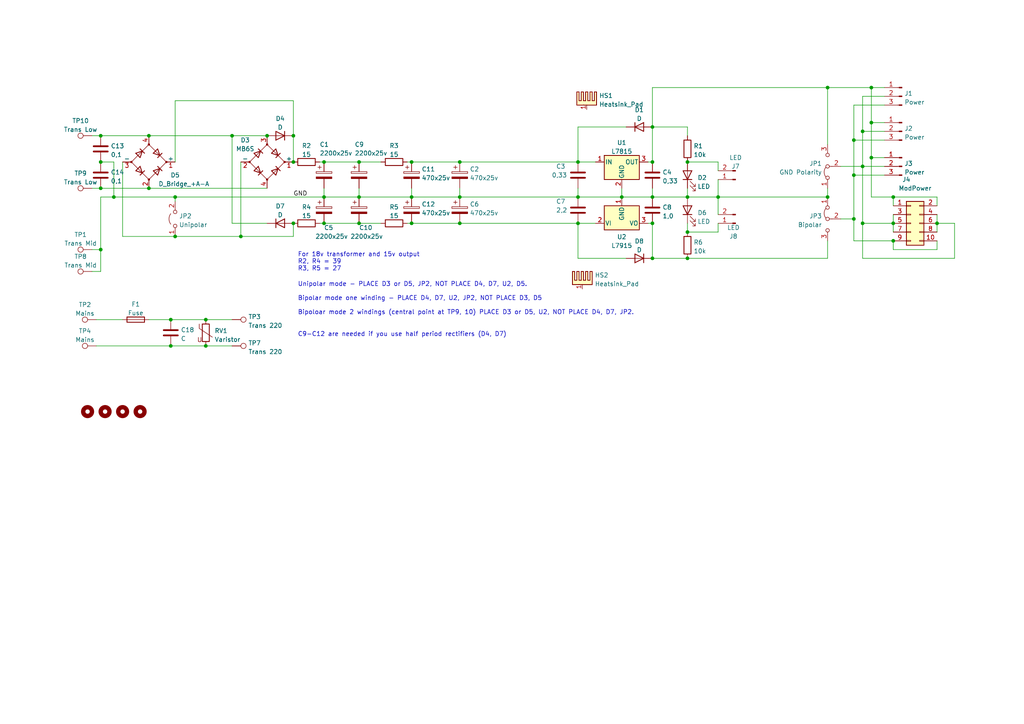
<source format=kicad_sch>
(kicad_sch (version 20211123) (generator eeschema)
  (paper "A4")
  (lib_symbols
    (symbol "Connector:Conn_01x02_Male" (pin_names (offset 1.016) hide)
      (property "Reference" "J" (at 0 2.54 0))
      (property "Value" "Conn_01x02_Male" (at 0 -5.08 0))
      (symbol "Conn_01x02_Male_1_1"
        (polyline (pts (xy 1.27 -2.54) (xy 0.8636 -2.54)) (stroke (width 0.1524)))
        (polyline (pts (xy 1.27 0) (xy 0.8636 0)) (stroke (width 0.1524)))
        (rectangle (start 0.8636 -2.413) (end 0 -2.667) (stroke (width 0.1524)) (fill (type outline)))
        (rectangle (start 0.8636 0.127) (end 0 -0.127) (stroke (width 0.1524)) (fill (type outline)))
        (pin passive line (at 5.08 0 180) (length 3.81) (name "Pin_1") (number "1"))
        (pin passive line (at 5.08 -2.54 180) (length 3.81) (name "Pin_2") (number "2"))
      )
    )
    (symbol "Connector:Conn_01x03_Male" (pin_names (offset 1.016) hide)
      (property "Reference" "J" (at 0 5.08 0))
      (property "Value" "Conn_01x03_Male" (at 0 -5.08 0))
      (symbol "Conn_01x03_Male_1_1"
        (polyline (pts (xy 1.27 -2.54) (xy 0.8636 -2.54)) (stroke (width 0.1524)))
        (polyline (pts (xy 1.27 0) (xy 0.8636 0)) (stroke (width 0.1524)))
        (polyline (pts (xy 1.27 2.54) (xy 0.8636 2.54)) (stroke (width 0.1524)))
        (rectangle (start 0.8636 -2.413) (end 0 -2.667) (stroke (width 0.1524)) (fill (type outline)))
        (rectangle (start 0.8636 0.127) (end 0 -0.127) (stroke (width 0.1524)) (fill (type outline)))
        (rectangle (start 0.8636 2.667) (end 0 2.413) (stroke (width 0.1524)) (fill (type outline)))
        (pin passive line (at 5.08 2.54 180) (length 3.81) (name "Pin_1") (number "1"))
        (pin passive line (at 5.08 0 180) (length 3.81) (name "Pin_2") (number "2"))
        (pin passive line (at 5.08 -2.54 180) (length 3.81) (name "Pin_3") (number "3"))
      )
    )
    (symbol "Connector:TestPoint" (pin_numbers hide) (pin_names (offset 0.762) hide)
      (property "Reference" "TP" (at 0 6.858 0))
      (property "Value" "TestPoint" (at 0 5.08 0))
      (symbol "TestPoint_0_1"
        (circle (center 0 3.302) (radius 0.762))
      )
      (symbol "TestPoint_1_1"
        (pin passive line (at 0 0 90) (length 2.54) (name "1") (number "1"))
      )
    )
    (symbol "Connector_Generic:Conn_02x05_Odd_Even" (pin_names (offset 1.016) hide)
      (property "Reference" "J" (at 1.27 7.62 0))
      (property "Value" "Conn_02x05_Odd_Even" (at 1.27 -7.62 0))
      (symbol "Conn_02x05_Odd_Even_1_1"
        (rectangle (start -1.27 -4.953) (end 0 -5.207) (stroke (width 0.1524)))
        (rectangle (start -1.27 -2.413) (end 0 -2.667) (stroke (width 0.1524)))
        (rectangle (start -1.27 0.127) (end 0 -0.127) (stroke (width 0.1524)))
        (rectangle (start -1.27 2.667) (end 0 2.413) (stroke (width 0.1524)))
        (rectangle (start -1.27 5.207) (end 0 4.953) (stroke (width 0.1524)))
        (rectangle (start -1.27 6.35) (end 3.81 -6.35) (stroke (width 0.254)) (fill (type background)))
        (rectangle (start 3.81 -4.953) (end 2.54 -5.207) (stroke (width 0.1524)))
        (rectangle (start 3.81 -2.413) (end 2.54 -2.667) (stroke (width 0.1524)))
        (rectangle (start 3.81 0.127) (end 2.54 -0.127) (stroke (width 0.1524)))
        (rectangle (start 3.81 2.667) (end 2.54 2.413) (stroke (width 0.1524)))
        (rectangle (start 3.81 5.207) (end 2.54 4.953) (stroke (width 0.1524)))
        (pin passive line (at -5.08 5.08 0) (length 3.81) (name "Pin_1") (number "1"))
        (pin passive line (at 7.62 -5.08 180) (length 3.81) (name "Pin_10") (number "10"))
        (pin passive line (at 7.62 5.08 180) (length 3.81) (name "Pin_2") (number "2"))
        (pin passive line (at -5.08 2.54 0) (length 3.81) (name "Pin_3") (number "3"))
        (pin passive line (at 7.62 2.54 180) (length 3.81) (name "Pin_4") (number "4"))
        (pin passive line (at -5.08 0 0) (length 3.81) (name "Pin_5") (number "5"))
        (pin passive line (at 7.62 0 180) (length 3.81) (name "Pin_6") (number "6"))
        (pin passive line (at -5.08 -2.54 0) (length 3.81) (name "Pin_7") (number "7"))
        (pin passive line (at 7.62 -2.54 180) (length 3.81) (name "Pin_8") (number "8"))
        (pin passive line (at -5.08 -5.08 0) (length 3.81) (name "Pin_9") (number "9"))
      )
    )
    (symbol "Device:C" (pin_numbers hide) (pin_names (offset 0.254))
      (property "Reference" "C" (at 0.635 2.54 0))
      (property "Value" "C" (at 0.635 -2.54 0))
      (symbol "C_0_1"
        (polyline (pts (xy -2.032 -0.762) (xy 2.032 -0.762)) (stroke (width 0.508)))
        (polyline (pts (xy -2.032 0.762) (xy 2.032 0.762)) (stroke (width 0.508)))
      )
      (symbol "C_1_1"
        (pin passive line (at 0 3.81 270) (length 2.794) (name "~") (number "1"))
        (pin passive line (at 0 -3.81 90) (length 2.794) (name "~") (number "2"))
      )
    )
    (symbol "Device:C_Polarized" (pin_numbers hide) (pin_names (offset 0.254))
      (property "Reference" "C" (at 0.635 2.54 0))
      (property "Value" "C_Polarized" (at 0.635 -2.54 0))
      (symbol "C_Polarized_0_1"
        (rectangle (start -2.286 0.508) (end 2.286 1.016))
        (polyline (pts (xy -1.778 2.286) (xy -0.762 2.286)))
        (polyline (pts (xy -1.27 2.794) (xy -1.27 1.778)))
        (rectangle (start 2.286 -0.508) (end -2.286 -1.016) (fill (type outline)))
      )
      (symbol "C_Polarized_1_1"
        (pin passive line (at 0 3.81 270) (length 2.794) (name "~") (number "1"))
        (pin passive line (at 0 -3.81 90) (length 2.794) (name "~") (number "2"))
      )
    )
    (symbol "Device:D" (pin_numbers hide) (pin_names (offset 1.016) hide)
      (property "Reference" "D" (at 0 2.54 0))
      (property "Value" "D" (at 0 -2.54 0))
      (symbol "D_0_1"
        (polyline (pts (xy -1.27 1.27) (xy -1.27 -1.27)) (stroke (width 0.254)))
        (polyline (pts (xy 1.27 0) (xy -1.27 0)))
        (polyline (pts (xy 1.27 1.27) (xy 1.27 -1.27) (xy -1.27 0) (xy 1.27 1.27)) (stroke (width 0.254)))
      )
      (symbol "D_1_1"
        (pin passive line (at -3.81 0 0) (length 2.54) (name "K") (number "1"))
        (pin passive line (at 3.81 0 180) (length 2.54) (name "A") (number "2"))
      )
    )
    (symbol "Device:D_Bridge_+-AA" (pin_names (offset 0))
      (property "Reference" "D" (at 2.54 6.985 0))
      (property "Value" "D_Bridge_+-AA" (at 2.54 5.08 0))
      (symbol "D_Bridge_+-AA_0_1"
        (circle (center -5.08 0) (radius 0.254) (fill (type outline)))
        (circle (center 0 -5.08) (radius 0.254) (fill (type outline)))
        (polyline (pts (xy -2.54 3.81) (xy -1.27 2.54)) (stroke (width 0.254)))
        (polyline (pts (xy -1.27 -2.54) (xy -2.54 -3.81)) (stroke (width 0.254)))
        (polyline (pts (xy 2.54 -1.27) (xy 3.81 -2.54)) (stroke (width 0.254)))
        (polyline (pts (xy 2.54 1.27) (xy 3.81 2.54)) (stroke (width 0.254)))
        (polyline (pts (xy -3.81 2.54) (xy -2.54 1.27) (xy -1.905 3.175) (xy -3.81 2.54)) (stroke (width 0.254)))
        (polyline (pts (xy -2.54 -1.27) (xy -3.81 -2.54) (xy -1.905 -3.175) (xy -2.54 -1.27)) (stroke (width 0.254)))
        (polyline (pts (xy 1.27 2.54) (xy 2.54 3.81) (xy 3.175 1.905) (xy 1.27 2.54)) (stroke (width 0.254)))
        (polyline (pts (xy 3.175 -1.905) (xy 1.27 -2.54) (xy 2.54 -3.81) (xy 3.175 -1.905)) (stroke (width 0.254)))
        (polyline (pts (xy -5.08 0) (xy 0 -5.08) (xy 5.08 0) (xy 0 5.08) (xy -5.08 0)))
        (circle (center 0 5.08) (radius 0.254) (fill (type outline)))
        (circle (center 5.08 0) (radius 0.254) (fill (type outline)))
      )
      (symbol "D_Bridge_+-AA_1_1"
        (pin passive line (at 7.62 0 180) (length 2.54) (name "+") (number "1"))
        (pin passive line (at -7.62 0 0) (length 2.54) (name "-") (number "2"))
        (pin passive line (at 0 7.62 270) (length 2.54) (name "~") (number "3"))
        (pin passive line (at 0 -7.62 90) (length 2.54) (name "~") (number "4"))
      )
    )
    (symbol "Device:D_Bridge_+A-A" (pin_names (offset 0))
      (property "Reference" "D" (at 2.54 6.985 0))
      (property "Value" "D_Bridge_+A-A" (at 2.54 5.08 0))
      (symbol "D_Bridge_+A-A_0_1"
        (circle (center -5.08 0) (radius 0.254) (fill (type outline)))
        (circle (center 0 -5.08) (radius 0.254) (fill (type outline)))
        (polyline (pts (xy -2.54 3.81) (xy -1.27 2.54)) (stroke (width 0.254)))
        (polyline (pts (xy -1.27 -2.54) (xy -2.54 -3.81)) (stroke (width 0.254)))
        (polyline (pts (xy 2.54 -1.27) (xy 3.81 -2.54)) (stroke (width 0.254)))
        (polyline (pts (xy 2.54 1.27) (xy 3.81 2.54)) (stroke (width 0.254)))
        (polyline (pts (xy -3.81 2.54) (xy -2.54 1.27) (xy -1.905 3.175) (xy -3.81 2.54)) (stroke (width 0.254)))
        (polyline (pts (xy -2.54 -1.27) (xy -3.81 -2.54) (xy -1.905 -3.175) (xy -2.54 -1.27)) (stroke (width 0.254)))
        (polyline (pts (xy 1.27 2.54) (xy 2.54 3.81) (xy 3.175 1.905) (xy 1.27 2.54)) (stroke (width 0.254)))
        (polyline (pts (xy 3.175 -1.905) (xy 1.27 -2.54) (xy 2.54 -3.81) (xy 3.175 -1.905)) (stroke (width 0.254)))
        (polyline (pts (xy -5.08 0) (xy 0 -5.08) (xy 5.08 0) (xy 0 5.08) (xy -5.08 0)))
        (circle (center 0 5.08) (radius 0.254) (fill (type outline)))
        (circle (center 5.08 0) (radius 0.254) (fill (type outline)))
      )
      (symbol "D_Bridge_+A-A_1_1"
        (pin passive line (at 7.62 0 180) (length 2.54) (name "+") (number "1"))
        (pin passive line (at 0 -7.62 90) (length 2.54) (name "~") (number "2"))
        (pin passive line (at -7.62 0 0) (length 2.54) (name "-") (number "3"))
        (pin passive line (at 0 7.62 270) (length 2.54) (name "~") (number "4"))
      )
    )
    (symbol "Device:Fuse" (pin_numbers hide) (pin_names (offset 0))
      (property "Reference" "F" (at 2.032 0 90))
      (property "Value" "Fuse" (at -1.905 0 90))
      (symbol "Fuse_0_1"
        (rectangle (start -0.762 -2.54) (end 0.762 2.54) (stroke (width 0.254)))
        (polyline (pts (xy 0 2.54) (xy 0 -2.54)))
      )
      (symbol "Fuse_1_1"
        (pin passive line (at 0 3.81 270) (length 1.27) (name "~") (number "1"))
        (pin passive line (at 0 -3.81 90) (length 1.27) (name "~") (number "2"))
      )
    )
    (symbol "Device:LED" (pin_numbers hide) (pin_names (offset 1.016) hide)
      (property "Reference" "D" (at 0 2.54 0))
      (property "Value" "LED" (at 0 -2.54 0))
      (symbol "LED_0_1"
        (polyline (pts (xy -1.27 -1.27) (xy -1.27 1.27)) (stroke (width 0.254)))
        (polyline (pts (xy -1.27 0) (xy 1.27 0)))
        (polyline (pts (xy 1.27 -1.27) (xy 1.27 1.27) (xy -1.27 0) (xy 1.27 -1.27)) (stroke (width 0.254)))
        (polyline (pts (xy -3.048 -0.762) (xy -4.572 -2.286) (xy -3.81 -2.286) (xy -4.572 -2.286) (xy -4.572 -1.524)))
        (polyline (pts (xy -1.778 -0.762) (xy -3.302 -2.286) (xy -2.54 -2.286) (xy -3.302 -2.286) (xy -3.302 -1.524)))
      )
      (symbol "LED_1_1"
        (pin passive line (at -3.81 0 0) (length 2.54) (name "K") (number "1"))
        (pin passive line (at 3.81 0 180) (length 2.54) (name "A") (number "2"))
      )
    )
    (symbol "Device:R" (pin_numbers hide) (pin_names (offset 0))
      (property "Reference" "R" (at 2.032 0 90))
      (property "Value" "R" (at 0 0 90))
      (symbol "R_0_1"
        (rectangle (start -1.016 -2.54) (end 1.016 2.54) (stroke (width 0.254)))
      )
      (symbol "R_1_1"
        (pin passive line (at 0 3.81 270) (length 1.27) (name "~") (number "1"))
        (pin passive line (at 0 -3.81 90) (length 1.27) (name "~") (number "2"))
      )
    )
    (symbol "Device:Varistor" (pin_numbers hide) (pin_names (offset 0))
      (property "Reference" "RV" (at 3.175 0 90))
      (property "Value" "Varistor" (at -3.175 0 90))
      (symbol "Varistor_0_0"
        (text "U" (at -1.778 -2.032 0) (effects (font (size 1.27 1.27))))
      )
      (symbol "Varistor_0_1"
        (rectangle (start -1.016 -2.54) (end 1.016 2.54) (stroke (width 0.254)))
        (polyline (pts (xy -1.905 2.54) (xy -1.905 1.27) (xy 1.905 -1.27)))
      )
      (symbol "Varistor_1_1"
        (pin passive line (at 0 3.81 270) (length 1.27) (name "~") (number "1"))
        (pin passive line (at 0 -3.81 90) (length 1.27) (name "~") (number "2"))
      )
    )
    (symbol "Jumper:Jumper_2_Open" (pin_names (offset 0) hide)
      (property "Reference" "JP" (at 0 2.794 0))
      (property "Value" "Jumper_2_Open" (at 0 -2.286 0))
      (symbol "Jumper_2_Open_0_0"
        (circle (center -2.032 0) (radius 0.508))
        (circle (center 2.032 0) (radius 0.508))
      )
      (symbol "Jumper_2_Open_0_1"
        (arc (start 1.524 1.27) (mid 0 1.778) (end -1.524 1.27))
      )
      (symbol "Jumper_2_Open_1_1"
        (pin passive line (at -5.08 0 0) (length 2.54) (name "A") (number "1"))
        (pin passive line (at 5.08 0 180) (length 2.54) (name "B") (number "2"))
      )
    )
    (symbol "Jumper:Jumper_3_Bridged12" (pin_names (offset 0) hide)
      (property "Reference" "JP" (at -2.54 -2.54 0))
      (property "Value" "Jumper_3_Bridged12" (at 0 2.794 0))
      (symbol "Jumper_3_Bridged12_0_0"
        (circle (center -3.302 0) (radius 0.508))
        (circle (center 0 0) (radius 0.508))
        (circle (center 3.302 0) (radius 0.508))
      )
      (symbol "Jumper_3_Bridged12_0_1"
        (arc (start -0.254 0.508) (mid -1.651 0.9912) (end -3.048 0.508))
        (polyline (pts (xy 0 -1.27) (xy 0 -0.508)))
      )
      (symbol "Jumper_3_Bridged12_1_1"
        (pin passive line (at -6.35 0 0) (length 2.54) (name "A") (number "1"))
        (pin passive line (at 0 -3.81 90) (length 2.54) (name "C") (number "2"))
        (pin passive line (at 6.35 0 180) (length 2.54) (name "B") (number "3"))
      )
    )
    (symbol "Mechanical:Heatsink_Pad" (pin_names (offset 0))
      (property "Reference" "HS" (at 0 5.715 0))
      (property "Value" "Heatsink_Pad" (at 0 3.81 0))
      (symbol "Heatsink_Pad_0_1"
        (polyline (pts (xy -0.3302 0) (xy -0.9652 0) (xy -0.9652 2.54) (xy -1.6002 2.54) (xy -1.6002 0) (xy -2.2352 0) (xy -2.2352 2.54) (xy -2.8702 2.54) (xy -2.8702 -1.27) (xy -0.9652 -1.27)) (stroke (width 0.254)) (fill (type background)))
        (polyline (pts (xy -0.3302 0) (xy -0.3302 2.54) (xy 0.3048 2.54) (xy 0.3048 0) (xy 0.9398 0) (xy 0.9398 2.54) (xy 1.5748 2.54) (xy 1.5748 0) (xy 2.2098 0) (xy 2.2098 2.54) (xy 2.8448 2.54) (xy 2.8448 -1.27) (xy -0.9652 -1.27)) (stroke (width 0.254)) (fill (type background)))
      )
      (symbol "Heatsink_Pad_1_1"
        (pin passive line (at 0 -2.54 90) (length 1.27) (name "~") (number "1"))
      )
    )
    (symbol "Mechanical:MountingHole" (pin_names (offset 1.016))
      (property "Reference" "H" (at 0 5.08 0))
      (property "Value" "MountingHole" (at 0 3.175 0))
      (symbol "MountingHole_0_1"
        (circle (center 0 0) (radius 1.27) (stroke (width 1.27)))
      )
    )
    (symbol "Regulator_Linear:L7815" (pin_names (offset 0.254))
      (property "Reference" "U" (at -3.81 3.175 0))
      (property "Value" "L7815" (at 0 3.175 0))
      (symbol "L7815_0_1"
        (rectangle (start -5.08 1.905) (end 5.08 -5.08) (stroke (width 0.254)) (fill (type background)))
      )
      (symbol "L7815_1_1"
        (pin power_in line (at -7.62 0 0) (length 2.54) (name "IN") (number "1"))
        (pin power_in line (at 0 -7.62 90) (length 2.54) (name "GND") (number "2"))
        (pin power_out line (at 7.62 0 180) (length 2.54) (name "OUT") (number "3"))
      )
    )
    (symbol "Regulator_Linear:L7915" (pin_names (offset 0.254))
      (property "Reference" "U" (at -3.81 -3.175 0))
      (property "Value" "L7915" (at 0 -3.175 0))
      (symbol "L7915_0_1"
        (rectangle (start -5.08 5.08) (end 5.08 -1.905) (stroke (width 0.254)) (fill (type background)))
      )
      (symbol "L7915_1_1"
        (pin power_in line (at 0 7.62 270) (length 2.54) (name "GND") (number "1"))
        (pin power_in line (at -7.62 0 0) (length 2.54) (name "VI") (number "2"))
        (pin power_out line (at 7.62 0 180) (length 2.54) (name "VO") (number "3"))
      )
    )
  )
  (junction (at 247.65 40.64))
  (junction (at 85.09 64.77))
  (junction (at 104.14 57.15))
  (junction (at 259.08 57.15))
  (junction (at 69.85 68.58))
  (junction (at 133.35 57.15))
  (junction (at 250.19 38.1))
  (junction (at 252.73 25.4))
  (junction (at 189.23 64.77))
  (junction (at 252.73 35.56))
  (junction (at 29.21 72.39))
  (junction (at 167.64 64.77))
  (junction (at 119.38 46.99))
  (junction (at 49.53 100.33))
  (junction (at 199.39 74.93))
  (junction (at 199.39 46.99))
  (junction (at 85.09 39.37))
  (junction (at 199.39 67.31))
  (junction (at 240.03 25.4))
  (junction (at 250.19 48.26))
  (junction (at 67.31 39.37))
  (junction (at 49.53 92.71))
  (junction (at 240.03 57.15))
  (junction (at 133.35 64.77))
  (junction (at 29.21 39.37))
  (junction (at 85.09 46.99))
  (junction (at 189.23 36.83))
  (junction (at 247.65 50.8))
  (junction (at 93.98 46.99))
  (junction (at 43.18 54.61))
  (junction (at 93.98 57.15))
  (junction (at 133.35 46.99))
  (junction (at 189.23 74.93))
  (junction (at 119.38 57.15))
  (junction (at 50.8 57.15))
  (junction (at 29.21 46.99))
  (junction (at 252.73 45.72))
  (junction (at 247.65 63.5))
  (junction (at 199.39 57.15))
  (junction (at 189.23 46.99))
  (junction (at 167.64 57.15))
  (junction (at 77.47 39.37))
  (junction (at 208.28 57.15))
  (junction (at 59.69 92.71))
  (junction (at 59.69 100.33))
  (junction (at 33.02 57.15))
  (junction (at 119.38 64.77))
  (junction (at 93.98 64.77))
  (junction (at 259.08 69.85))
  (junction (at 259.08 64.77))
  (junction (at 180.34 57.15))
  (junction (at 271.78 64.77))
  (junction (at 167.64 46.99))
  (junction (at 50.8 68.58))
  (junction (at 104.14 64.77))
  (junction (at 29.21 54.61))
  (junction (at 43.18 39.37))
  (junction (at 189.23 57.15))
  (junction (at 104.14 46.99))
  (junction (at 250.19 64.77))
  (wire (pts (xy 133.35 57.15) (xy 167.64 57.15)))
  (wire (pts (xy 29.21 72.39) (xy 26.67 72.39)))
  (wire (pts (xy 180.34 54.61) (xy 180.34 57.15)))
  (wire (pts (xy 50.8 57.15) (xy 33.02 57.15)))
  (wire (pts (xy 27.94 100.33) (xy 49.53 100.33)))
  (wire (pts (xy 189.23 54.61) (xy 189.23 57.15)))
  (wire (pts (xy 250.19 27.94) (xy 250.19 38.1)))
  (wire (pts (xy 271.78 57.15) (xy 271.78 59.69)))
  (wire (pts (xy 189.23 57.15) (xy 199.39 57.15)))
  (wire (pts (xy 252.73 25.4) (xy 252.73 35.56)))
  (wire (pts (xy 240.03 25.4) (xy 252.73 25.4)))
  (wire (pts (xy 50.8 57.15) (xy 50.8 58.42)))
  (wire (pts (xy 189.23 57.15) (xy 180.34 57.15)))
  (wire (pts (xy 252.73 35.56) (xy 252.73 45.72)))
  (wire (pts (xy 256.54 38.1) (xy 250.19 38.1)))
  (wire (pts (xy 247.65 40.64) (xy 247.65 50.8)))
  (wire (pts (xy 208.28 57.15) (xy 208.28 62.23)))
  (wire (pts (xy 167.64 64.77) (xy 172.72 64.77)))
  (wire (pts (xy 26.67 54.61) (xy 29.21 54.61)))
  (wire (pts (xy 118.11 46.99) (xy 119.38 46.99)))
  (wire (pts (xy 199.39 36.83) (xy 189.23 36.83)))
  (wire (pts (xy 133.35 64.77) (xy 167.64 64.77)))
  (wire (pts (xy 104.14 46.99) (xy 110.49 46.99)))
  (wire (pts (xy 199.39 74.93) (xy 240.03 74.93)))
  (wire (pts (xy 256.54 40.64) (xy 247.65 40.64)))
  (wire (pts (xy 276.86 74.93) (xy 250.19 74.93)))
  (wire (pts (xy 104.14 64.77) (xy 110.49 64.77)))
  (wire (pts (xy 29.21 39.37) (xy 43.18 39.37)))
  (wire (pts (xy 259.08 57.15) (xy 271.78 57.15)))
  (wire (pts (xy 43.18 54.61) (xy 77.47 54.61)))
  (wire (pts (xy 208.28 46.99) (xy 199.39 46.99)))
  (wire (pts (xy 259.08 59.69) (xy 259.08 57.15)))
  (wire (pts (xy 93.98 57.15) (xy 93.98 54.61)))
  (wire (pts (xy 49.53 100.33) (xy 59.69 100.33)))
  (wire (pts (xy 199.39 64.77) (xy 199.39 67.31)))
  (wire (pts (xy 252.73 45.72) (xy 252.73 57.15)))
  (wire (pts (xy 93.98 46.99) (xy 104.14 46.99)))
  (wire (pts (xy 256.54 50.8) (xy 247.65 50.8)))
  (wire (pts (xy 250.19 48.26) (xy 250.19 64.77)))
  (wire (pts (xy 247.65 50.8) (xy 247.65 63.5)))
  (wire (pts (xy 271.78 62.23) (xy 271.78 64.77)))
  (wire (pts (xy 50.8 57.15) (xy 93.98 57.15)))
  (wire (pts (xy 43.18 39.37) (xy 67.31 39.37)))
  (wire (pts (xy 199.39 74.93) (xy 189.23 74.93)))
  (wire (pts (xy 259.08 64.77) (xy 259.08 67.31)))
  (wire (pts (xy 256.54 48.26) (xy 250.19 48.26)))
  (wire (pts (xy 208.28 64.77) (xy 208.28 67.31)))
  (wire (pts (xy 167.64 74.93) (xy 167.64 64.77)))
  (wire (pts (xy 180.34 57.15) (xy 167.64 57.15)))
  (wire (pts (xy 243.84 63.5) (xy 247.65 63.5)))
  (wire (pts (xy 119.38 54.61) (xy 119.38 57.15)))
  (wire (pts (xy 67.31 64.77) (xy 67.31 39.37)))
  (wire (pts (xy 256.54 27.94) (xy 250.19 27.94)))
  (wire (pts (xy 259.08 62.23) (xy 259.08 64.77)))
  (wire (pts (xy 208.28 49.53) (xy 208.28 46.99)))
  (wire (pts (xy 256.54 35.56) (xy 252.73 35.56)))
  (wire (pts (xy 119.38 57.15) (xy 104.14 57.15)))
  (wire (pts (xy 35.56 46.99) (xy 35.56 68.58)))
  (wire (pts (xy 59.69 92.71) (xy 67.31 92.71)))
  (wire (pts (xy 247.65 30.48) (xy 247.65 40.64)))
  (wire (pts (xy 208.28 57.15) (xy 240.03 57.15)))
  (wire (pts (xy 93.98 64.77) (xy 104.14 64.77)))
  (wire (pts (xy 259.08 69.85) (xy 247.65 69.85)))
  (wire (pts (xy 67.31 39.37) (xy 77.47 39.37)))
  (wire (pts (xy 199.39 67.31) (xy 208.28 67.31)))
  (wire (pts (xy 252.73 57.15) (xy 259.08 57.15)))
  (wire (pts (xy 118.11 64.77) (xy 119.38 64.77)))
  (wire (pts (xy 50.8 29.21) (xy 85.09 29.21)))
  (wire (pts (xy 259.08 72.39) (xy 271.78 72.39)))
  (wire (pts (xy 199.39 39.37) (xy 199.39 36.83)))
  (wire (pts (xy 240.03 54.61) (xy 240.03 57.15)))
  (wire (pts (xy 189.23 25.4) (xy 240.03 25.4)))
  (wire (pts (xy 85.09 68.58) (xy 85.09 64.77)))
  (wire (pts (xy 35.56 68.58) (xy 50.8 68.58)))
  (wire (pts (xy 167.64 36.83) (xy 167.64 46.99)))
  (wire (pts (xy 69.85 46.99) (xy 69.85 68.58)))
  (wire (pts (xy 119.38 64.77) (xy 133.35 64.77)))
  (wire (pts (xy 50.8 46.99) (xy 50.8 29.21)))
  (wire (pts (xy 189.23 36.83) (xy 189.23 25.4)))
  (wire (pts (xy 199.39 57.15) (xy 208.28 57.15)))
  (wire (pts (xy 133.35 57.15) (xy 119.38 57.15)))
  (wire (pts (xy 26.67 39.37) (xy 29.21 39.37)))
  (wire (pts (xy 29.21 72.39) (xy 29.21 57.15)))
  (wire (pts (xy 104.14 54.61) (xy 104.14 57.15)))
  (wire (pts (xy 26.67 78.74) (xy 29.21 78.74)))
  (wire (pts (xy 187.96 64.77) (xy 189.23 64.77)))
  (wire (pts (xy 29.21 78.74) (xy 29.21 72.39)))
  (wire (pts (xy 29.21 57.15) (xy 33.02 57.15)))
  (wire (pts (xy 59.69 100.33) (xy 67.31 100.33)))
  (wire (pts (xy 271.78 64.77) (xy 271.78 67.31)))
  (wire (pts (xy 181.61 74.93) (xy 167.64 74.93)))
  (wire (pts (xy 181.61 36.83) (xy 167.64 36.83)))
  (wire (pts (xy 187.96 46.99) (xy 189.23 46.99)))
  (wire (pts (xy 49.53 92.71) (xy 59.69 92.71)))
  (wire (pts (xy 199.39 54.61) (xy 199.39 57.15)))
  (wire (pts (xy 240.03 69.85) (xy 240.03 74.93)))
  (wire (pts (xy 50.8 68.58) (xy 69.85 68.58)))
  (wire (pts (xy 77.47 64.77) (xy 67.31 64.77)))
  (wire (pts (xy 133.35 46.99) (xy 167.64 46.99)))
  (wire (pts (xy 259.08 69.85) (xy 259.08 72.39)))
  (wire (pts (xy 208.28 52.07) (xy 208.28 57.15)))
  (wire (pts (xy 250.19 38.1) (xy 250.19 48.26)))
  (wire (pts (xy 33.02 57.15) (xy 33.02 46.99)))
  (wire (pts (xy 250.19 64.77) (xy 259.08 64.77)))
  (wire (pts (xy 247.65 69.85) (xy 247.65 63.5)))
  (wire (pts (xy 256.54 25.4) (xy 252.73 25.4)))
  (wire (pts (xy 133.35 54.61) (xy 133.35 57.15)))
  (wire (pts (xy 85.09 29.21) (xy 85.09 39.37)))
  (wire (pts (xy 167.64 54.61) (xy 167.64 57.15)))
  (wire (pts (xy 167.64 46.99) (xy 172.72 46.99)))
  (wire (pts (xy 43.18 92.71) (xy 49.53 92.71)))
  (wire (pts (xy 92.71 46.99) (xy 93.98 46.99)))
  (wire (pts (xy 189.23 64.77) (xy 189.23 74.93)))
  (wire (pts (xy 69.85 68.58) (xy 85.09 68.58)))
  (wire (pts (xy 104.14 57.15) (xy 93.98 57.15)))
  (wire (pts (xy 29.21 54.61) (xy 43.18 54.61)))
  (wire (pts (xy 250.19 74.93) (xy 250.19 64.77)))
  (wire (pts (xy 85.09 39.37) (xy 85.09 46.99)))
  (wire (pts (xy 33.02 46.99) (xy 29.21 46.99)))
  (wire (pts (xy 119.38 46.99) (xy 133.35 46.99)))
  (wire (pts (xy 276.86 64.77) (xy 271.78 64.77)))
  (wire (pts (xy 27.94 92.71) (xy 35.56 92.71)))
  (wire (pts (xy 276.86 64.77) (xy 276.86 74.93)))
  (wire (pts (xy 240.03 25.4) (xy 240.03 41.91)))
  (wire (pts (xy 243.84 48.26) (xy 250.19 48.26)))
  (wire (pts (xy 256.54 30.48) (xy 247.65 30.48)))
  (wire (pts (xy 271.78 72.39) (xy 271.78 69.85)))
  (wire (pts (xy 92.71 64.77) (xy 93.98 64.77)))
  (wire (pts (xy 256.54 45.72) (xy 252.73 45.72)))
  (wire (pts (xy 189.23 36.83) (xy 189.23 46.99)))
  (text "Unipolar mode - PLACE D3 or D5, JP2, NOT PLACE D4, D7, U2, D5.\n\nBipolar mode one winding - PLACE D4, D7, U2, JP2, NOT PLACE D3, D5\n\nBipoloar mode 2 windings (central point at TP9, 10) PLACE D3 or D5, U2, NOT PLACE D4, D7, JP2.\n" (at 86.36 91.44 0) (effects (font (size 1.27 1.27)) (justify left bottom)))
  (text "C9-C12 are needed if you use half period rectifiers (D4, D7)" (at 86.36 97.79 0) (effects (font (size 1.27 1.27)) (justify left bottom)))
  (text "For 18v transformer and 15v output\nR2, R4 = 39 \nR3, R5 = 27" (at 86.36 78.74 0) (effects (font (size 1.27 1.27)) (justify left bottom)))
  (label "GND" (at 85.09 57.15 0))
  (symbol (lib_id "Device:C_Polarized") (at 104.14 50.8 0) (unit 1)
    (property "Reference" "C9" (at 102.87 41.91 0) (effects (justify left)))
    (property "Value" "2200x25v" (at 102.87 44.45 0) (effects (justify left)))
    (property "Footprint" "Capacitor_THT:CP_Radial_D13.0mm_P5.00mm" (effects hide))
  )
  (symbol (lib_id "Device:D") (at 81.28 64.77 0) (unit 1)
    (property "Reference" "D7" (at 81.28 59.8002 0))
    (property "Value" "D" (at 81.28 62.3371 0))
    (property "Footprint" "Diode_SMD:D_SMA-SMB_Universal_Handsoldering" (effects hide))
  )
  (symbol (lib_id "Device:C") (at 29.21 50.8 0) (unit 1)
    (property "Reference" "C14" (at 32.131 49.9653 0) (effects (justify left)))
    (property "Value" "0,1" (at 32.131 52.5022 0) (effects (justify left)))
    (property "Footprint" "Capacitor_THT:C_Rect_L13.0mm_W6.0mm_P10.00mm_FKS3_FKP3_MKS4" (effects hide))
  )
  (symbol (lib_id "Device:D") (at 185.42 74.93 180) (unit 1)
    (property "Reference" "D8" (at 185.42 69.9602 0))
    (property "Value" "D" (at 185.42 72.4971 0))
    (property "Footprint" "Diode_SMD:D_SMA-SMB_Universal_Handsoldering" (effects hide))
  )
  (symbol (lib_id "Device:C") (at 189.23 60.96 0) (unit 1)
    (property "Reference" "C8" (at 192.151 60.1253 0) (effects (justify left)))
    (property "Value" "1,0" (at 192.151 62.6622 0) (effects (justify left)))
    (property "Footprint" "Capacitor_SMD:C_0805_2012Metric_Pad1.18x1.45mm_HandSolder" (effects hide))
  )
  (symbol (lib_id "Connector:TestPoint") (at 67.31 92.71 270) (unit 1)
    (property "Reference" "TP3" (at 72.009 91.8753 90) (effects (justify left)))
    (property "Value" "Trans 220" (at 72.009 94.4122 90) (effects (justify left)))
    (property "Footprint" "TestPoint:TestPoint_THTPad_3.0x3.0mm_Drill1.5mm" (effects hide))
  )
  (symbol (lib_id "Device:Varistor") (at 59.69 96.52 0) (unit 1)
    (property "Reference" "RV1" (at 62.23 95.9385 0) (effects (justify left)))
    (property "Value" "Varistor" (at 62.23 98.4754 0) (effects (justify left)))
    (property "Footprint" "Varistor:RV_Disc_D15.5mm_W3.9mm_P7.5mm" (effects hide))
  )
  (symbol (lib_id "Connector_Generic:Conn_02x05_Odd_Even") (at 264.16 64.77 0) (unit 1)
    (property "Reference" "J4" (at 262.89 52.07 0))
    (property "Value" "ModPower" (at 265.43 54.61 0))
    (property "Footprint" "Connector_PinHeader_2.54mm:PinHeader_2x05_P2.54mm_Vertical" (effects hide))
  )
  (symbol (lib_id "Device:C") (at 29.21 43.18 0) (unit 1)
    (property "Reference" "C13" (at 32.131 42.3453 0) (effects (justify left)))
    (property "Value" "0,1" (at 32.131 44.8822 0) (effects (justify left)))
    (property "Footprint" "Capacitor_THT:C_Rect_L13.0mm_W6.0mm_P10.00mm_FKS3_FKP3_MKS4" (effects hide))
  )
  (symbol (lib_id "Device:R") (at 88.9 46.99 90) (unit 1)
    (property "Reference" "R2" (at 88.9 42.2742 90))
    (property "Value" "15" (at 88.9 44.8111 90))
    (property "Footprint" "Resistor_THT:R_Axial_DIN0516_L15.5mm_D5.0mm_P5.08mm_Vertical" (effects hide))
  )
  (symbol (lib_id "Device:D_Bridge_+A-A") (at 43.18 46.99 0) (unit 1)
    (property "Reference" "D5" (at 50.8 50.8 0))
    (property "Value" "D_Bridge_+A-A" (at 53.34 53.34 0))
    (property "Footprint" "Diode_THT:Diode_Bridge_Round_D9.0mm" (effects hide))
  )
  (symbol (lib_id "Connector:Conn_01x02_Male") (at 213.36 64.77 180) (unit 1)
    (property "Reference" "J8" (at 212.725 68.546 0))
    (property "Value" "LED" (at 212.725 66.0091 0))
    (property "Footprint" "Connector_PinHeader_2.54mm:PinHeader_1x02_P2.54mm_Vertical" (effects hide))
  )
  (symbol (lib_id "Regulator_Linear:L7815") (at 180.34 46.99 0) (unit 1)
    (property "Reference" "U1" (at 180.34 41.3852 0))
    (property "Value" "L7815" (at 180.34 43.9221 0))
    (property "Footprint" "Package_TO_SOT_THT:TO-220-3_Vertical" (effects hide))
    (property "Datasheet" "http://www.st.com/content/ccc/resource/technical/document/datasheet/41/4f/b3/b0/12/d4/47/88/CD00000444.pdf/files/CD00000444.pdf/jcr:content/translations/en.CD00000444.pdf" (effects hide))
  )
  (symbol (lib_id "Connector:TestPoint") (at 27.94 100.33 90) (unit 1)
    (property "Reference" "TP4" (at 24.638 95.9952 90))
    (property "Value" "Mains" (at 24.638 98.5321 90))
    (property "Footprint" "TestPoint:TestPoint_THTPad_2.0x2.0mm_Drill1.0mm" (effects hide))
  )
  (symbol (lib_id "Connector:TestPoint") (at 26.67 54.61 90) (unit 1)
    (property "Reference" "TP9" (at 23.368 50.2752 90))
    (property "Value" "Trans Low" (at 23.368 52.8121 90))
    (property "Footprint" "TestPoint:TestPoint_THTPad_3.0x3.0mm_Drill1.5mm" (effects hide))
  )
  (symbol (lib_id "Jumper:Jumper_3_Bridged12") (at 240.03 48.26 90) (unit 1)
    (property "Reference" "JP1" (at 238.4039 47.4253 90) (effects (justify left)))
    (property "Value" "GND Polarity" (at 238.4039 49.9622 90) (effects (justify left)))
    (property "Footprint" "Connector_PinHeader_2.54mm:PinHeader_1x03_P2.54mm_Vertical" (effects hide))
  )
  (symbol (lib_id "Device:LED") (at 199.39 60.96 90) (unit 1)
    (property "Reference" "D6" (at 202.311 61.7128 90) (effects (justify right)))
    (property "Value" "LED" (at 202.311 64.2497 90) (effects (justify right)))
    (property "Footprint" "LED_SMD:LED_1206_3216Metric_Pad1.42x1.75mm_HandSolder" (effects hide))
  )
  (symbol (lib_id "Device:C_Polarized") (at 93.98 60.96 0) (unit 1)
    (property "Reference" "C5" (at 93.98 66.04 0) (effects (justify left)))
    (property "Value" "2200x25v" (at 91.44 68.58 0) (effects (justify left)))
    (property "Footprint" "Capacitor_THT:CP_Radial_D13.0mm_P5.00mm" (effects hide))
  )
  (symbol (lib_id "Mechanical:Heatsink_Pad") (at 168.91 81.28 0) (unit 1)
    (property "Reference" "HS2" (at 172.5168 79.8103 0) (effects (justify left)))
    (property "Value" "Heatsink_Pad" (at 172.5168 82.3472 0) (effects (justify left)))
    (property "Footprint" "dz_lib:Heatsink_TO_220" (effects hide))
  )
  (symbol (lib_id "Device:C") (at 167.64 50.8 0) (unit 1)
    (property "Reference" "C3" (at 161.29 48.26 0) (effects (justify left)))
    (property "Value" "0,33" (at 160.02 50.8 0) (effects (justify left)))
    (property "Footprint" "Capacitor_SMD:C_0805_2012Metric_Pad1.18x1.45mm_HandSolder" (effects hide))
  )
  (symbol (lib_id "Mechanical:MountingHole") (at 40.64 119.38 0) (unit 1)
    (property "Reference" "H4" (effects hide))
    (property "Value" "MountingHole" (effects hide))
    (property "Footprint" "MountingHole:MountingHole_3.2mm_M3" (effects hide))
  )
  (symbol (lib_id "Regulator_Linear:L7915") (at 180.34 64.77 0) (unit 1)
    (property "Reference" "U2" (at 180.34 68.7054 0))
    (property "Value" "L7915" (at 180.34 71.2423 0))
    (property "Footprint" "Package_TO_SOT_THT:TO-220-3_Vertical" (effects hide))
    (property "Datasheet" "http://www.st.com/content/ccc/resource/technical/document/datasheet/c9/16/86/41/c7/2b/45/f2/CD00000450.pdf/files/CD00000450.pdf/jcr:content/translations/en.CD00000450.pdf" (effects hide))
  )
  (symbol (lib_id "Device:C") (at 167.64 60.96 0) (unit 1)
    (property "Reference" "C7" (at 161.29 58.42 0) (effects (justify left)))
    (property "Value" "2,2" (at 161.29 60.96 0) (effects (justify left)))
    (property "Footprint" "Capacitor_SMD:C_0805_2012Metric_Pad1.18x1.45mm_HandSolder" (effects hide))
  )
  (symbol (lib_id "Device:C") (at 189.23 50.8 0) (unit 1)
    (property "Reference" "C4" (at 192.151 49.9653 0) (effects (justify left)))
    (property "Value" "0,33" (at 192.151 52.5022 0) (effects (justify left)))
    (property "Footprint" "Capacitor_SMD:C_0805_2012Metric_Pad1.18x1.45mm_HandSolder" (effects hide))
  )
  (symbol (lib_id "Mechanical:MountingHole") (at 35.56 119.38 0) (unit 1)
    (property "Reference" "H3" (effects hide))
    (property "Value" "MountingHole" (effects hide))
    (property "Footprint" "MountingHole:MountingHole_3.2mm_M3" (effects hide))
  )
  (symbol (lib_id "Device:R") (at 114.3 46.99 90) (unit 1)
    (property "Reference" "R3" (at 114.3 42.2742 90))
    (property "Value" "15" (at 114.3 44.8111 90))
    (property "Footprint" "Resistor_THT:R_Axial_DIN0516_L15.5mm_D5.0mm_P5.08mm_Vertical" (effects hide))
  )
  (symbol (lib_id "Device:R") (at 114.3 64.77 90) (unit 1)
    (property "Reference" "R5" (at 114.3 60.0542 90))
    (property "Value" "15" (at 114.3 62.5911 90))
    (property "Footprint" "Resistor_THT:R_Axial_DIN0516_L15.5mm_D5.0mm_P5.08mm_Vertical" (effects hide))
  )
  (symbol (lib_id "Device:C_Polarized") (at 119.38 60.96 0) (unit 1)
    (property "Reference" "C12" (at 122.301 59.2363 0) (effects (justify left)))
    (property "Value" "470x25v" (at 122.301 61.7732 0) (effects (justify left)))
    (property "Footprint" "Capacitor_THT:CP_Radial_D13.0mm_P5.00mm" (effects hide))
  )
  (symbol (lib_id "Connector:TestPoint") (at 26.67 72.39 90) (unit 1)
    (property "Reference" "TP1" (at 23.368 68.0552 90))
    (property "Value" "Trans Mid" (at 23.368 70.5921 90))
    (property "Footprint" "TestPoint:TestPoint_THTPad_3.0x3.0mm_Drill1.5mm" (effects hide))
  )
  (symbol (lib_id "Device:R") (at 199.39 43.18 180) (unit 1)
    (property "Reference" "R1" (at 201.168 42.3453 0) (effects (justify right)))
    (property "Value" "10k" (at 201.168 44.8822 0) (effects (justify right)))
    (property "Footprint" "Resistor_SMD:R_1206_3216Metric_Pad1.30x1.75mm_HandSolder" (effects hide))
  )
  (symbol (lib_id "Connector:Conn_01x03_Male") (at 261.62 38.1 0) (mirror y) (unit 1)
    (property "Reference" "J2" (at 262.3312 37.2653 0) (effects (justify right)))
    (property "Value" "Power" (at 262.3312 39.8022 0) (effects (justify right)))
    (property "Footprint" "Connector_PinHeader_2.54mm:PinHeader_1x03_P2.54mm_Vertical" (effects hide))
  )
  (symbol (lib_id "Connector:TestPoint") (at 26.67 39.37 90) (unit 1)
    (property "Reference" "TP10" (at 23.368 35.0352 90))
    (property "Value" "Trans Low" (at 23.368 37.5721 90))
    (property "Footprint" "TestPoint:TestPoint_THTPad_3.0x3.0mm_Drill1.5mm" (effects hide))
  )
  (symbol (lib_id "Device:R") (at 199.39 71.12 180) (unit 1)
    (property "Reference" "R6" (at 201.168 70.2853 0) (effects (justify right)))
    (property "Value" "10k" (at 201.168 72.8222 0) (effects (justify right)))
    (property "Footprint" "Resistor_SMD:R_1206_3216Metric_Pad1.30x1.75mm_HandSolder" (effects hide))
  )
  (symbol (lib_id "Jumper:Jumper_2_Open") (at 50.8 63.5 90) (unit 1)
    (property "Reference" "JP2" (at 51.943 62.6653 90) (effects (justify right)))
    (property "Value" "Unipolar" (at 51.943 65.2022 90) (effects (justify right)))
    (property "Footprint" "TestPoint:TestPoint_2Pads_Pitch2.54mm_Drill0.8mm" (effects hide))
  )
  (symbol (lib_id "Device:C") (at 49.53 96.52 0) (unit 1)
    (property "Reference" "C18" (at 52.451 95.6853 0) (effects (justify left)))
    (property "Value" "C" (at 52.451 98.2222 0) (effects (justify left)))
    (property "Footprint" "Capacitor_THT:C_Rect_L13.0mm_W6.0mm_P10.00mm_FKS3_FKP3_MKS4" (effects hide))
  )
  (symbol (lib_id "Device:C_Polarized") (at 133.35 50.8 0) (unit 1)
    (property "Reference" "C2" (at 136.271 49.0763 0) (effects (justify left)))
    (property "Value" "470x25v" (at 136.271 51.6132 0) (effects (justify left)))
    (property "Footprint" "Capacitor_THT:CP_Radial_D13.0mm_P5.00mm" (effects hide))
  )
  (symbol (lib_id "Connector:TestPoint") (at 26.67 78.74 90) (unit 1)
    (property "Reference" "TP8" (at 23.368 74.4052 90))
    (property "Value" "Trans Mid" (at 23.368 76.9421 90))
    (property "Footprint" "TestPoint:TestPoint_THTPad_3.0x3.0mm_Drill1.5mm" (effects hide))
  )
  (symbol (lib_id "Device:D") (at 185.42 36.83 0) (unit 1)
    (property "Reference" "D1" (at 185.42 31.8602 0))
    (property "Value" "D" (at 185.42 34.3971 0))
    (property "Footprint" "Diode_SMD:D_SMA-SMB_Universal_Handsoldering" (effects hide))
  )
  (symbol (lib_id "Mechanical:MountingHole") (at 30.48 119.38 0) (unit 1)
    (property "Reference" "H2" (effects hide))
    (property "Value" "MountingHole" (effects hide))
    (property "Footprint" "MountingHole:MountingHole_3.2mm_M3" (effects hide))
  )
  (symbol (lib_id "Mechanical:Heatsink_Pad") (at 170.18 29.21 0) (unit 1)
    (property "Reference" "HS1" (at 173.7868 27.7403 0) (effects (justify left)))
    (property "Value" "Heatsink_Pad" (at 173.7868 30.2772 0) (effects (justify left)))
    (property "Footprint" "dz_lib:Heatsink_TO_220" (effects hide))
  )
  (symbol (lib_id "Device:D_Bridge_+-AA") (at 77.47 46.99 0) (unit 1)
    (property "Reference" "D3" (at 71.12 40.64 0))
    (property "Value" "MB6S" (at 71.12 43.18 0))
    (property "Footprint" "Package_TO_SOT_SMD:TO-269AA" (effects hide))
  )
  (symbol (lib_id "Connector:TestPoint") (at 67.31 100.33 270) (unit 1)
    (property "Reference" "TP7" (at 72.009 99.4953 90) (effects (justify left)))
    (property "Value" "Trans 220" (at 72.009 102.0322 90) (effects (justify left)))
    (property "Footprint" "TestPoint:TestPoint_THTPad_3.0x3.0mm_Drill1.5mm" (effects hide))
  )
  (symbol (lib_id "Device:C_Polarized") (at 133.35 60.96 0) (unit 1)
    (property "Reference" "C6" (at 136.271 59.2363 0) (effects (justify left)))
    (property "Value" "470x25v" (at 136.271 61.7732 0) (effects (justify left)))
    (property "Footprint" "Capacitor_THT:CP_Radial_D13.0mm_P5.00mm" (effects hide))
  )
  (symbol (lib_id "Device:C_Polarized") (at 93.98 50.8 0) (unit 1)
    (property "Reference" "C1" (at 92.71 41.91 0) (effects (justify left)))
    (property "Value" "2200x25v" (at 92.71 44.45 0) (effects (justify left)))
    (property "Footprint" "Capacitor_THT:CP_Radial_D13.0mm_P5.00mm" (effects hide))
  )
  (symbol (lib_id "Connector:Conn_01x03_Male") (at 261.62 27.94 0) (mirror y) (unit 1)
    (property "Reference" "J1" (at 262.3312 27.1053 0) (effects (justify right)))
    (property "Value" "Power" (at 262.3312 29.6422 0) (effects (justify right)))
    (property "Footprint" "Connector_PinHeader_2.54mm:PinHeader_1x03_P2.54mm_Vertical" (effects hide))
  )
  (symbol (lib_id "Device:R") (at 88.9 64.77 90) (unit 1)
    (property "Reference" "R4" (at 88.9 60.0542 90))
    (property "Value" "15" (at 88.9 62.5911 90))
    (property "Footprint" "Resistor_THT:R_Axial_DIN0516_L15.5mm_D5.0mm_P5.08mm_Vertical" (effects hide))
  )
  (symbol (lib_id "Jumper:Jumper_3_Bridged12") (at 240.03 63.5 90) (mirror x) (unit 1)
    (property "Reference" "JP3" (at 238.4039 62.6653 90) (effects (justify left)))
    (property "Value" "Bipolar" (at 238.4039 65.2022 90) (effects (justify left)))
    (property "Footprint" "Connector_PinHeader_2.54mm:PinHeader_1x03_P2.54mm_Vertical" (effects hide))
  )
  (symbol (lib_id "Connector:TestPoint") (at 27.94 92.71 90) (unit 1)
    (property "Reference" "TP2" (at 24.638 88.3752 90))
    (property "Value" "Mains" (at 24.638 90.9121 90))
    (property "Footprint" "TestPoint:TestPoint_THTPad_2.0x2.0mm_Drill1.0mm" (effects hide))
  )
  (symbol (lib_id "Connector:Conn_01x02_Male") (at 213.36 52.07 180) (unit 1)
    (property "Reference" "J7" (at 213.36 48.26 0))
    (property "Value" "LED" (at 213.36 45.72 0))
    (property "Footprint" "Connector_PinHeader_2.54mm:PinHeader_1x02_P2.54mm_Vertical" (effects hide))
  )
  (symbol (lib_id "Mechanical:MountingHole") (at 25.4 119.38 0) (unit 1)
    (property "Reference" "H1" (effects hide))
    (property "Value" "MountingHole" (effects hide))
    (property "Footprint" "MountingHole:MountingHole_3.2mm_M3" (effects hide))
  )
  (symbol (lib_id "Device:LED") (at 199.39 50.8 90) (unit 1)
    (property "Reference" "D2" (at 202.311 51.5528 90) (effects (justify right)))
    (property "Value" "LED" (at 202.311 54.0897 90) (effects (justify right)))
    (property "Footprint" "LED_SMD:LED_1206_3216Metric_Pad1.42x1.75mm_HandSolder" (effects hide))
  )
  (symbol (lib_id "Device:D") (at 81.28 39.37 180) (unit 1)
    (property "Reference" "D4" (at 81.28 34.4002 0))
    (property "Value" "D" (at 81.28 36.9371 0))
    (property "Footprint" "Diode_SMD:D_SMA-SMB_Universal_Handsoldering" (effects hide))
  )
  (symbol (lib_id "Device:C_Polarized") (at 119.38 50.8 0) (unit 1)
    (property "Reference" "C11" (at 122.301 49.0763 0) (effects (justify left)))
    (property "Value" "470x25v" (at 122.301 51.6132 0) (effects (justify left)))
    (property "Footprint" "Capacitor_THT:CP_Radial_D13.0mm_P5.00mm" (effects hide))
  )
  (symbol (lib_id "Device:C_Polarized") (at 104.14 60.96 0) (unit 1)
    (property "Reference" "C10" (at 104.14 66.04 0) (effects (justify left)))
    (property "Value" "2200x25v" (at 101.6 68.58 0) (effects (justify left)))
    (property "Footprint" "Capacitor_THT:CP_Radial_D13.0mm_P5.00mm" (effects hide))
  )
  (symbol (lib_id "Connector:Conn_01x03_Male") (at 261.62 48.26 0) (mirror y) (unit 1)
    (property "Reference" "J3" (at 262.3312 47.4253 0) (effects (justify right)))
    (property "Value" "Power" (at 262.3312 49.9622 0) (effects (justify right)))
    (property "Footprint" "Connector_PinHeader_2.54mm:PinHeader_1x03_P2.54mm_Vertical" (effects hide))
  )
  (symbol (lib_id "Device:Fuse") (at 39.37 92.71 90) (unit 1)
    (property "Reference" "F1" (at 39.37 88.2482 90))
    (property "Value" "Fuse" (at 39.37 90.7851 90))
    (property "Footprint" "Fuse:Fuseholder_Clip-5x20mm_Keystone_3512_Inline_P23.62x7.27mm_D1.02x1.57mm_Horizontal" (effects hide))
  )
)
</source>
